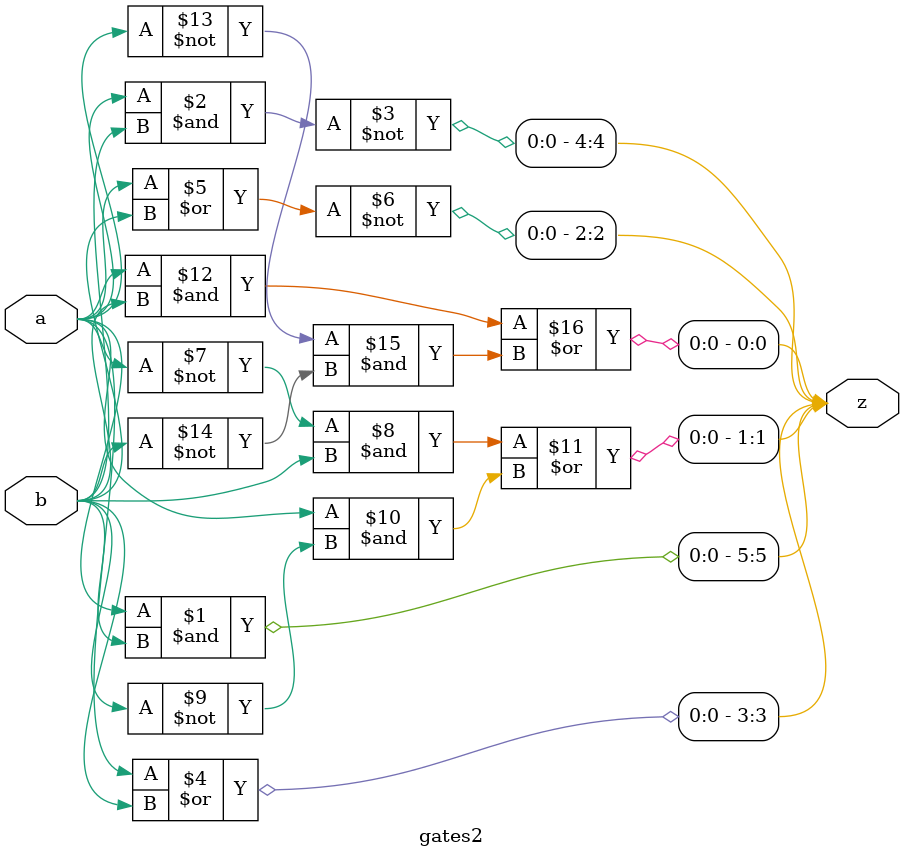
<source format=v>
`timescale 1ns / 1ps
module gates2( input wire a, b,
					output wire[5:0] z );
	assign z[5] = a & b;
	assign z[4] = ~(a & b);
	assign z[3] = a | b;
	assign z[2] = ~(a | b);
	assign z[1] = (~a & b) | (a & ~b);
	assign z[0] = (a & b) | (~a & ~b);
endmodule

</source>
